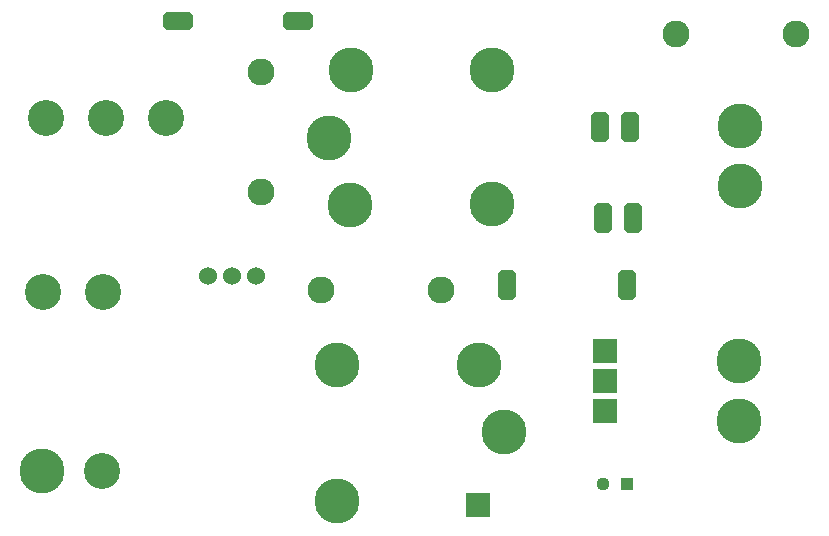
<source format=gbr>
G04 PROTEUS GERBER X2 FILE*
%TF.GenerationSoftware,Labcenter,Proteus,8.13-SP0-Build31525*%
%TF.CreationDate,2024-10-30T04:27:48+00:00*%
%TF.FileFunction,Copper,L1,Top*%
%TF.FilePolarity,Positive*%
%TF.Part,Single*%
%TF.SameCoordinates,{7e0819cd-3aa5-4556-a237-21aa8943194a}*%
%FSLAX45Y45*%
%MOMM*%
G01*
%TA.AperFunction,ComponentPad*%
%ADD10C,3.048000*%
%ADD11C,3.810000*%
%ADD12C,2.286000*%
%AMDIL003*
4,1,8,
-0.762000,0.965200,-0.457200,1.270000,0.457200,1.270000,0.762000,0.965200,0.762000,-0.965200,
0.457200,-1.270000,-0.457200,-1.270000,-0.762000,-0.965200,-0.762000,0.965200,
0*%
%ADD13DIL003*%
%TA.AperFunction,ComponentPad*%
%ADD14R,2.032000X2.032000*%
%TA.AperFunction,ComponentPad*%
%ADD15C,1.524000*%
%AMDIL006*
4,1,8,
-1.270000,0.457200,-0.965200,0.762000,0.965200,0.762000,1.270000,0.457200,1.270000,-0.457200,
0.965200,-0.762000,-0.965200,-0.762000,-1.270000,-0.457200,-1.270000,0.457200,
0*%
%TA.AperFunction,ComponentPad*%
%ADD16DIL006*%
%TA.AperFunction,WasherPad*%
%ADD17R,1.120000X1.120000*%
%TA.AperFunction,ComponentPad*%
%ADD18C,1.120000*%
%TD.AperFunction*%
D10*
X+1630000Y+2390000D03*
X+1122000Y+2390000D03*
X+1620000Y+870000D03*
D11*
X+1112000Y+870000D03*
D12*
X+2960000Y+3234000D03*
X+2960000Y+4250000D03*
D11*
X+3730000Y+4270000D03*
X+3720000Y+3120000D03*
X+3540000Y+3690000D03*
X+4920000Y+4270000D03*
X+4920000Y+3130000D03*
D13*
X+6090000Y+3780000D03*
X+5836000Y+3780000D03*
X+6110000Y+3010000D03*
X+5856000Y+3010000D03*
D12*
X+3474000Y+2400000D03*
X+4490000Y+2400000D03*
D14*
X+4800000Y+580000D03*
D11*
X+4810000Y+1770000D03*
X+5020000Y+1200000D03*
X+3610000Y+620000D03*
X+3610000Y+1770000D03*
X+7010000Y+1800000D03*
X+7010000Y+1292000D03*
D15*
X+2516800Y+2520000D03*
X+2720000Y+2520000D03*
X+2923200Y+2520000D03*
D11*
X+7020000Y+3790000D03*
X+7020000Y+3282000D03*
D12*
X+6474000Y+4570000D03*
X+7490000Y+4570000D03*
D10*
X+1140000Y+3860000D03*
X+1648000Y+3860000D03*
X+2156000Y+3860000D03*
D13*
X+5050000Y+2450000D03*
X+6066000Y+2450000D03*
D16*
X+3280000Y+4680000D03*
X+2264000Y+4680000D03*
D14*
X+5880000Y+1890000D03*
X+5880000Y+1636000D03*
X+5880000Y+1382000D03*
D17*
X+6060000Y+760000D03*
D18*
X+5860000Y+760000D03*
M02*

</source>
